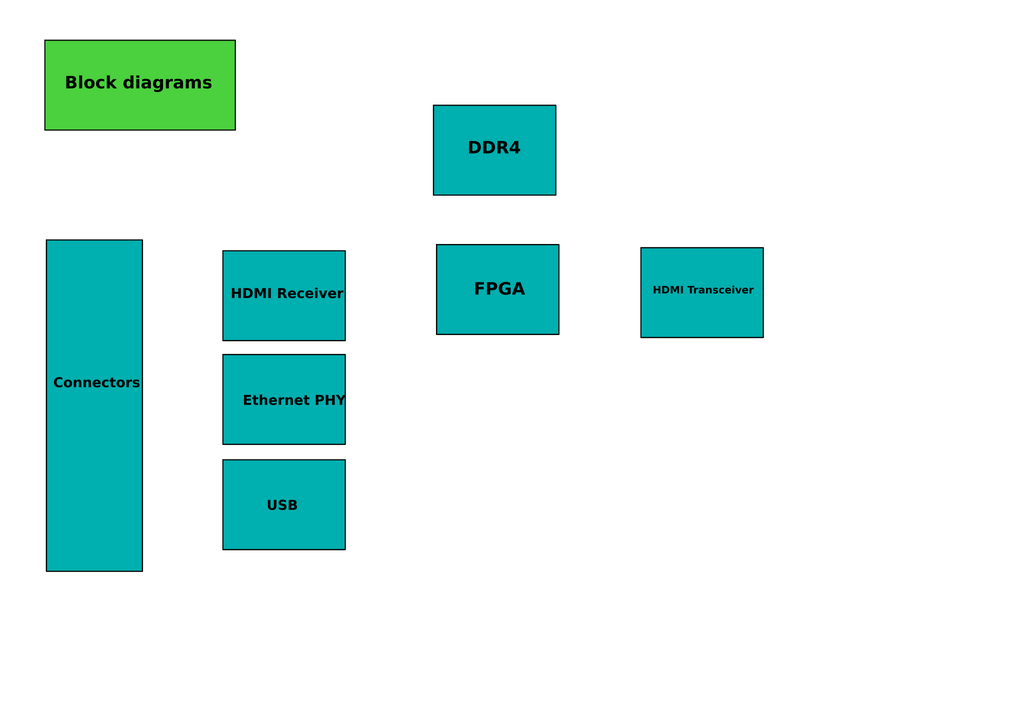
<source format=kicad_sch>
(kicad_sch
	(version 20250114)
	(generator "eeschema")
	(generator_version "9.0")
	(uuid "a00f6c2a-5380-44ca-beaf-85a9260a838e")
	(paper "A3")
	(title_block
		(date "2025-11-24")
	)
	(lib_symbols)
	(sheet
		(at 91.44 188.595)
		(size 50.165 36.83)
		(exclude_from_sim no)
		(in_bom yes)
		(on_board yes)
		(dnp no)
		(stroke
			(width 0.5)
			(type solid)
			(color 0 0 0 1)
		)
		(fill
			(color 0 175 175 1.0000)
		)
		(uuid "1ed90f22-d77d-4635-a6e0-f42acdf7c04c")
		(property "Sheetname" "USB"
			(at 109.347 205.105 0)
			(do_not_autoplace yes)
			(effects
				(font
					(face "Arial")
					(size 4 4)
					(thickness 0.8)
					(bold yes)
					(color 0 0 0 1)
				)
				(justify left top)
			)
		)
		(property "Sheetfile" "ETH_PHY.kicad_sch"
			(at 91.44 226.0834 0)
			(effects
				(font
					(size 1.27 1.27)
				)
				(justify left top)
				(hide yes)
			)
		)
		(instances
			(project "VisionCore-FPGA"
				(path "/a00f6c2a-5380-44ca-beaf-85a9260a838e"
					(page "9")
				)
			)
		)
	)
	(sheet
		(at 91.44 102.87)
		(size 50.165 36.83)
		(exclude_from_sim no)
		(in_bom yes)
		(on_board yes)
		(dnp no)
		(stroke
			(width 0.5)
			(type solid)
			(color 0 0 0 1)
		)
		(fill
			(color 0 175 175 1.0000)
		)
		(uuid "235f43f9-a7d9-4934-a06e-f4917454b86c")
		(property "Sheetname" "HDMI Receiver"
			(at 94.615 118.237 0)
			(do_not_autoplace yes)
			(effects
				(font
					(face "Arial")
					(size 4 4)
					(thickness 0.8)
					(bold yes)
					(color 0 0 0 1)
				)
				(justify left top)
			)
		)
		(property "Sheetfile" "HDMI_IN.kicad_sch"
			(at 91.44 140.3584 0)
			(effects
				(font
					(size 1.27 1.27)
				)
				(justify left top)
				(hide yes)
			)
		)
		(instances
			(project "VisionCore-FPGA"
				(path "/a00f6c2a-5380-44ca-beaf-85a9260a838e"
					(page "2")
				)
			)
		)
	)
	(sheet
		(at 262.89 101.6)
		(size 50.165 36.83)
		(exclude_from_sim no)
		(in_bom yes)
		(on_board yes)
		(dnp no)
		(stroke
			(width 0.5)
			(type solid)
			(color 0 0 0 1)
		)
		(fill
			(color 0 175 175 1.0000)
		)
		(uuid "4bb3691e-0d33-477d-bdf1-ee8e2d582c80")
		(property "Sheetname" "HDMI Transceiver"
			(at 267.716 117.348 0)
			(do_not_autoplace yes)
			(effects
				(font
					(face "Arial")
					(size 3 3)
					(thickness 0.6)
					(bold yes)
					(color 0 0 0 1)
				)
				(justify left top)
			)
		)
		(property "Sheetfile" "HDMI_OUT.kicad_sch"
			(at 262.89 139.0884 0)
			(effects
				(font
					(size 1.27 1.27)
				)
				(justify left top)
				(hide yes)
			)
		)
		(instances
			(project "VisionCore-FPGA"
				(path "/a00f6c2a-5380-44ca-beaf-85a9260a838e"
					(page "4")
				)
			)
		)
	)
	(sheet
		(at 177.8 43.18)
		(size 50.165 36.83)
		(exclude_from_sim no)
		(in_bom yes)
		(on_board yes)
		(dnp no)
		(stroke
			(width 0.5)
			(type solid)
			(color 0 0 0 1)
		)
		(fill
			(color 0 175 175 1.0000)
		)
		(uuid "a6d95ef6-d446-456f-a7a7-c69951fb75fb")
		(property "Sheetname" "DDR4"
			(at 191.77 57.912 0)
			(do_not_autoplace yes)
			(effects
				(font
					(face "Arial")
					(size 5 5)
					(thickness 1)
					(bold yes)
					(color 0 0 0 1)
				)
				(justify left top)
			)
		)
		(property "Sheetfile" "DDR4.kicad_sch"
			(at 177.8 80.6684 0)
			(effects
				(font
					(size 1.27 1.27)
				)
				(justify left top)
				(hide yes)
			)
		)
		(instances
			(project "VisionCore-FPGA"
				(path "/a00f6c2a-5380-44ca-beaf-85a9260a838e"
					(page "5")
				)
			)
		)
	)
	(sheet
		(at 19.05 98.425)
		(size 39.37 135.89)
		(exclude_from_sim no)
		(in_bom yes)
		(on_board yes)
		(dnp no)
		(stroke
			(width 0.5)
			(type solid)
			(color 0 0 0 1)
		)
		(fill
			(color 0 175 175 1.0000)
		)
		(uuid "c4cba5c4-02e9-4476-b03f-8d095361233d")
		(property "Sheetname" "Connectors"
			(at 21.844 154.813 0)
			(do_not_autoplace yes)
			(effects
				(font
					(face "Arial")
					(size 4 4)
					(thickness 0.8)
					(bold yes)
					(color 0 0 0 1)
				)
				(justify left top)
			)
		)
		(property "Sheetfile" "HDMI_IN.kicad_sch"
			(at 19.05 135.9134 0)
			(effects
				(font
					(size 1.27 1.27)
				)
				(justify left top)
				(hide yes)
			)
		)
		(instances
			(project "VisionCore-FPGA"
				(path "/a00f6c2a-5380-44ca-beaf-85a9260a838e"
					(page "8")
				)
			)
		)
	)
	(sheet
		(at 18.415 16.51)
		(size 78.105 36.83)
		(exclude_from_sim no)
		(in_bom yes)
		(on_board yes)
		(dnp no)
		(stroke
			(width 0.5)
			(type solid)
			(color 0 0 0 1)
		)
		(fill
			(color 74 209 61 1.0000)
		)
		(uuid "d3300ddd-50c8-41d8-b888-ffcb8d3e5217")
		(property "Sheetname" "Block diagrams"
			(at 26.543 31.242 0)
			(do_not_autoplace yes)
			(effects
				(font
					(face "Arial")
					(size 5 5)
					(thickness 1)
					(bold yes)
					(color 0 0 0 1)
				)
				(justify left top)
			)
		)
		(property "Sheetfile" "BLDIAG.kicad_sch"
			(at 18.415 53.9984 0)
			(effects
				(font
					(size 1.27 1.27)
				)
				(justify left top)
				(hide yes)
			)
		)
		(instances
			(project "VisionCore-FPGA"
				(path "/a00f6c2a-5380-44ca-beaf-85a9260a838e"
					(page "7")
				)
			)
		)
	)
	(sheet
		(at 91.44 145.415)
		(size 50.165 36.83)
		(exclude_from_sim no)
		(in_bom yes)
		(on_board yes)
		(dnp no)
		(stroke
			(width 0.5)
			(type solid)
			(color 0 0 0 1)
		)
		(fill
			(color 0 175 175 1.0000)
		)
		(uuid "e208f7ba-4812-4d92-9664-f179b678926c")
		(property "Sheetname" "Ethernet PHY"
			(at 99.568 162.052 0)
			(do_not_autoplace yes)
			(effects
				(font
					(face "Arial")
					(size 4 4)
					(thickness 0.8)
					(bold yes)
					(color 0 0 0 1)
				)
				(justify left top)
			)
		)
		(property "Sheetfile" "ETH_PHY.kicad_sch"
			(at 91.44 182.9034 0)
			(effects
				(font
					(size 1.27 1.27)
				)
				(justify left top)
				(hide yes)
			)
		)
		(instances
			(project "VisionCore-FPGA"
				(path "/a00f6c2a-5380-44ca-beaf-85a9260a838e"
					(page "6")
				)
			)
		)
	)
	(sheet
		(at 179.07 100.33)
		(size 50.165 36.83)
		(exclude_from_sim no)
		(in_bom yes)
		(on_board yes)
		(dnp no)
		(stroke
			(width 0.5)
			(type solid)
			(color 0 0 0 1)
		)
		(fill
			(color 0 175 175 1.0000)
		)
		(uuid "f6ab032a-6c78-4e23-9594-c74703156bb8")
		(property "Sheetname" "FPGA"
			(at 194.31 115.824 0)
			(do_not_autoplace yes)
			(effects
				(font
					(face "Arial")
					(size 5 5)
					(thickness 0.8)
					(bold yes)
					(color 0 0 0 1)
				)
				(justify left top)
			)
		)
		(property "Sheetfile" "FPGA.kicad_sch"
			(at 179.07 137.8184 0)
			(effects
				(font
					(size 1.27 1.27)
				)
				(justify left top)
				(hide yes)
			)
		)
		(instances
			(project "VisionCore-FPGA"
				(path "/a00f6c2a-5380-44ca-beaf-85a9260a838e"
					(page "3")
				)
			)
		)
	)
	(sheet_instances
		(path "/"
			(page "1")
		)
	)
	(embedded_fonts no)
)

</source>
